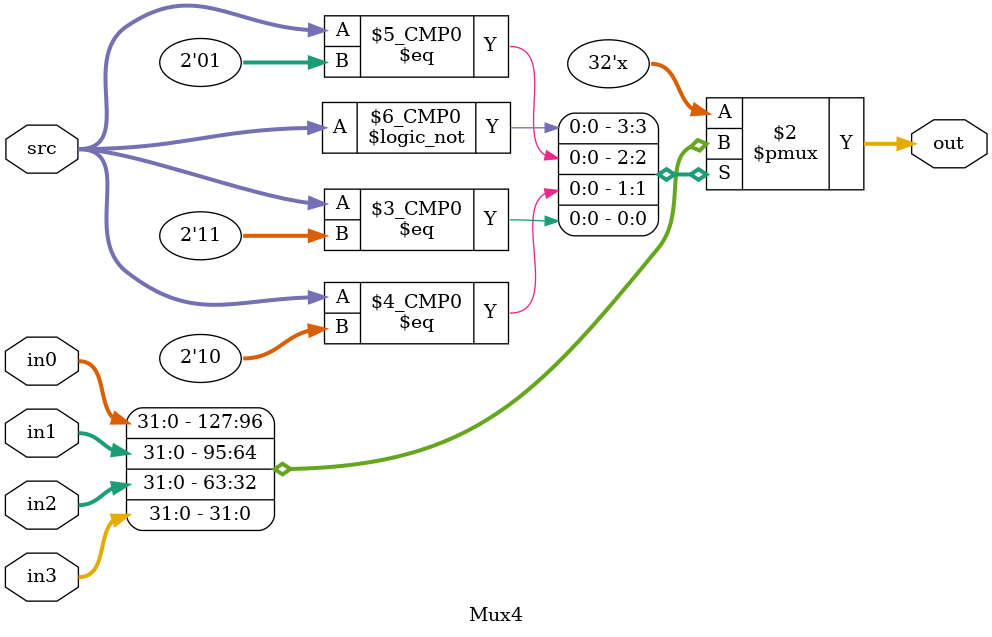
<source format=v>
module Mux4(in0,in1,in2,in3,out,src);
input [31:0] in0, in1, in2, in3;
input [1:0] src;
output reg [31:0] out;

always @(src or in0 or in1 or in2 or in3) begin
    case(src)
    2'b00: out <= in0;
    2'b01: out <= in1;
    2'b10: out <= in2;
    2'b11: out <= in3;
    endcase
end
endmodule
</source>
